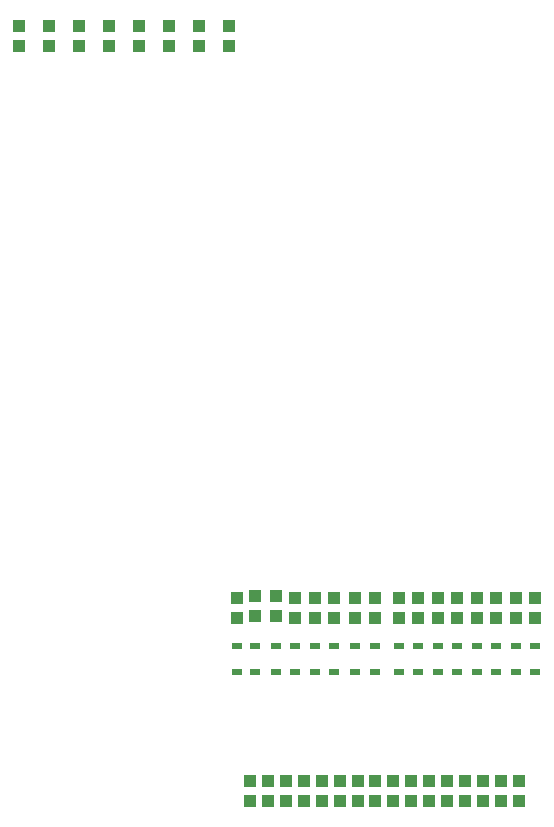
<source format=gbp>
%FSDAX23Y23*%
%MOIN*%
%SFA1B1*%

%IPPOS*%
%ADD12R,0.039400X0.043300*%
%ADD49R,0.032700X0.024800*%
%LNde-110817-1*%
%LPD*%
G54D12*
X03835Y01163D03*
Y01096D03*
X03775Y01163D03*
Y01096D03*
X03715Y01163D03*
Y01096D03*
X03656Y01163D03*
Y01096D03*
X03596Y01163D03*
Y01096D03*
X03415Y01163D03*
Y01096D03*
X03535Y01163D03*
Y01096D03*
X03357Y01163D03*
Y01096D03*
X03475Y01163D03*
Y01096D03*
X03298Y01163D03*
Y01096D03*
X03238Y01163D03*
Y01096D03*
X03178Y01163D03*
Y01096D03*
X03119Y01163D03*
Y01096D03*
X03059Y01163D03*
Y01096D03*
X02999Y01163D03*
Y01096D03*
X02940Y01163D03*
Y01096D03*
X02895Y01706D03*
Y01773D03*
X02955Y01711D03*
Y01778D03*
X03025Y01711D03*
Y01778D03*
X03090Y01706D03*
Y01773D03*
X03355Y01706D03*
Y01773D03*
X03290Y01706D03*
Y01773D03*
X03220Y01706D03*
Y01773D03*
X03155Y01706D03*
Y01773D03*
X03435Y01706D03*
Y01773D03*
X03500Y01706D03*
Y01773D03*
X03565Y01706D03*
Y01773D03*
X03630Y01706D03*
Y01773D03*
X03890Y01706D03*
Y01773D03*
X03825Y01706D03*
Y01773D03*
X03760Y01706D03*
Y01773D03*
X03695Y01706D03*
Y01773D03*
X02170Y03611D03*
Y03678D03*
X02270Y03611D03*
Y03678D03*
X02370Y03611D03*
Y03678D03*
X02470Y03611D03*
Y03678D03*
X02570Y03611D03*
Y03678D03*
X02670Y03611D03*
Y03678D03*
X02770Y03611D03*
Y03678D03*
X02870Y03611D03*
Y03678D03*
G54D49*
X02895Y01613D03*
Y01526D03*
X02955Y01613D03*
Y01526D03*
X03025Y01613D03*
Y01526D03*
X03090Y01613D03*
Y01526D03*
X03355Y01613D03*
Y01526D03*
X03290Y01613D03*
Y01526D03*
X03220Y01613D03*
Y01526D03*
X03155Y01613D03*
Y01526D03*
X03435Y01613D03*
Y01526D03*
X03500Y01613D03*
Y01526D03*
X03565Y01613D03*
Y01526D03*
X03630Y01613D03*
Y01526D03*
X03890Y01613D03*
Y01526D03*
X03825Y01613D03*
Y01526D03*
X03760Y01613D03*
Y01526D03*
X03695Y01613D03*
Y01526D03*
M02*
</source>
